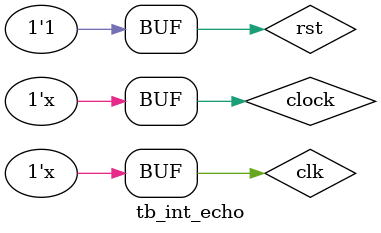
<source format=v>
`timescale 1ns/1ps
module tb_int_echo();

    parameter half_clock = (1_000_000_000/(27*1000000))/2;
    reg clock;
    wire clk;
    assign clk = clock;
    wire rst;
    assign rst = 1;
    wire tx, rx;
    reg period_clock;
    always begin
        #half_clock
        clock = ~clock;
    end
    wire avail;
    wire[7:0] data_out;
    int_echo echo(.rx(rx), .tx(tx), .clk(clk), .rst(~rst));
    rx_module rxm(.rx(tx), .clock(clk), .rst(rst), .data(data_out), .avail(avail));
    always@(posedge avail)begin
        $display("received %d", data_out);
    end
    always@(echo.int_s.state)begin
        $display("state = %d", echo.int_s.state);
    end
    always@(echo.int_s.data_to_send)begin
        $display("data to send = %d", echo.int_s.data_to_send);
    end
    always@(echo.int_s.ready)begin
        $display("ready changed! = %d", echo.int_s.ready);
    end
endmodule
</source>
